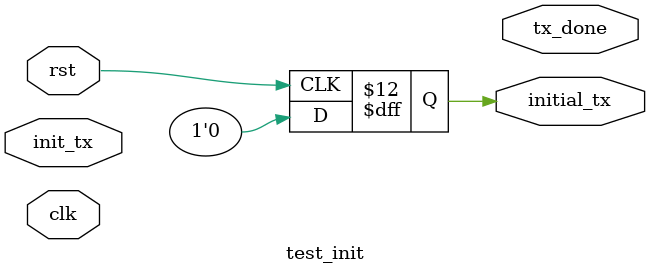
<source format=v>
module test_init(
 input clk, rst,
 input init_tx,
 output reg tx_done,
 output reg initial_tx
);

// define states
localparam S0 = 1'b0;
localparam S1 = 1'b1;

// state and nextstate registers
reg state;
reg nstate;

// state register
always @(posedge clk or negedge rst) begin
 if(rst == 1'b0)
  state <= S0;
 else begin
  state <= nstate;
 end
end

// nextstate logic
always @(*) begin
 case(state)
  S0:
  	nstate = S1;
  S1: 
  	nstate = S1;
 endcase
end

// output logic
always @(*) begin
 case(state)
  S0: begin
  	init_tx = 1'b0;
  end
  S1: init_tx = 1'b1;
 endcase
end

always @(negedge rst)
	initial_tx = 1'b0;

endmodule

</source>
